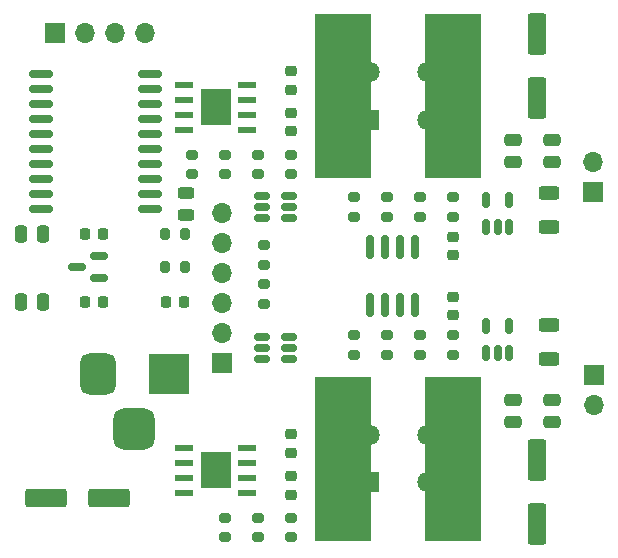
<source format=gbr>
%TF.GenerationSoftware,KiCad,Pcbnew,7.0.8*%
%TF.CreationDate,2023-11-10T01:16:26-06:00*%
%TF.ProjectId,LightingBoard,4c696768-7469-46e6-9742-6f6172642e6b,rev?*%
%TF.SameCoordinates,Original*%
%TF.FileFunction,Soldermask,Top*%
%TF.FilePolarity,Negative*%
%FSLAX46Y46*%
G04 Gerber Fmt 4.6, Leading zero omitted, Abs format (unit mm)*
G04 Created by KiCad (PCBNEW 7.0.8) date 2023-11-10 01:16:26*
%MOMM*%
%LPD*%
G01*
G04 APERTURE LIST*
G04 Aperture macros list*
%AMRoundRect*
0 Rectangle with rounded corners*
0 $1 Rounding radius*
0 $2 $3 $4 $5 $6 $7 $8 $9 X,Y pos of 4 corners*
0 Add a 4 corners polygon primitive as box body*
4,1,4,$2,$3,$4,$5,$6,$7,$8,$9,$2,$3,0*
0 Add four circle primitives for the rounded corners*
1,1,$1+$1,$2,$3*
1,1,$1+$1,$4,$5*
1,1,$1+$1,$6,$7*
1,1,$1+$1,$8,$9*
0 Add four rect primitives between the rounded corners*
20,1,$1+$1,$2,$3,$4,$5,0*
20,1,$1+$1,$4,$5,$6,$7,0*
20,1,$1+$1,$6,$7,$8,$9,0*
20,1,$1+$1,$8,$9,$2,$3,0*%
G04 Aperture macros list end*
%ADD10RoundRect,0.200000X0.275000X-0.200000X0.275000X0.200000X-0.275000X0.200000X-0.275000X-0.200000X0*%
%ADD11RoundRect,0.243750X0.456250X-0.243750X0.456250X0.243750X-0.456250X0.243750X-0.456250X-0.243750X0*%
%ADD12RoundRect,0.250000X0.250000X0.475000X-0.250000X0.475000X-0.250000X-0.475000X0.250000X-0.475000X0*%
%ADD13RoundRect,0.250000X-0.475000X0.250000X-0.475000X-0.250000X0.475000X-0.250000X0.475000X0.250000X0*%
%ADD14RoundRect,0.200000X-0.275000X0.200000X-0.275000X-0.200000X0.275000X-0.200000X0.275000X0.200000X0*%
%ADD15RoundRect,0.200000X-0.200000X-0.275000X0.200000X-0.275000X0.200000X0.275000X-0.200000X0.275000X0*%
%ADD16RoundRect,0.250000X0.475000X-0.250000X0.475000X0.250000X-0.475000X0.250000X-0.475000X-0.250000X0*%
%ADD17RoundRect,0.150000X0.150000X-0.512500X0.150000X0.512500X-0.150000X0.512500X-0.150000X-0.512500X0*%
%ADD18RoundRect,0.150000X0.587500X0.150000X-0.587500X0.150000X-0.587500X-0.150000X0.587500X-0.150000X0*%
%ADD19RoundRect,0.225000X0.225000X0.250000X-0.225000X0.250000X-0.225000X-0.250000X0.225000X-0.250000X0*%
%ADD20RoundRect,0.225000X0.250000X-0.225000X0.250000X0.225000X-0.250000X0.225000X-0.250000X-0.225000X0*%
%ADD21RoundRect,0.250000X0.625000X-0.312500X0.625000X0.312500X-0.625000X0.312500X-0.625000X-0.312500X0*%
%ADD22R,3.500000X3.500000*%
%ADD23RoundRect,0.750000X-0.750000X-1.000000X0.750000X-1.000000X0.750000X1.000000X-0.750000X1.000000X0*%
%ADD24RoundRect,0.875000X-0.875000X-0.875000X0.875000X-0.875000X0.875000X0.875000X-0.875000X0.875000X0*%
%ADD25RoundRect,0.200000X0.200000X0.275000X-0.200000X0.275000X-0.200000X-0.275000X0.200000X-0.275000X0*%
%ADD26R,4.749800X13.995400*%
%ADD27R,1.700000X1.700000*%
%ADD28O,1.700000X1.700000*%
%ADD29RoundRect,0.225000X-0.250000X0.225000X-0.250000X-0.225000X0.250000X-0.225000X0.250000X0.225000X0*%
%ADD30RoundRect,0.250000X0.550000X-1.500000X0.550000X1.500000X-0.550000X1.500000X-0.550000X-1.500000X0*%
%ADD31RoundRect,0.150000X-0.150000X0.825000X-0.150000X-0.825000X0.150000X-0.825000X0.150000X0.825000X0*%
%ADD32RoundRect,0.250000X1.500000X0.550000X-1.500000X0.550000X-1.500000X-0.550000X1.500000X-0.550000X0*%
%ADD33RoundRect,0.150000X0.512500X0.150000X-0.512500X0.150000X-0.512500X-0.150000X0.512500X-0.150000X0*%
%ADD34R,2.600000X3.100000*%
%ADD35R,1.550000X0.600000*%
%ADD36C,1.800000*%
%ADD37R,1.800000X1.800000*%
%ADD38RoundRect,0.150000X-0.875000X-0.150000X0.875000X-0.150000X0.875000X0.150000X-0.875000X0.150000X0*%
%ADD39RoundRect,0.250000X-0.550000X1.500000X-0.550000X-1.500000X0.550000X-1.500000X0.550000X1.500000X0*%
G04 APERTURE END LIST*
D10*
%TO.C,R21*%
X123444000Y-66040000D03*
X123444000Y-64390000D03*
%TD*%
D11*
%TO.C,D1*%
X122936000Y-69517500D03*
X122936000Y-67642500D03*
%TD*%
D12*
%TO.C,C1*%
X110871000Y-71120000D03*
X108971000Y-71120000D03*
%TD*%
D13*
%TO.C,C9*%
X150622000Y-63124000D03*
X150622000Y-65024000D03*
%TD*%
D14*
%TO.C,R17*%
X142748000Y-79693000D03*
X142748000Y-81343000D03*
%TD*%
D15*
%TO.C,R20*%
X121222000Y-73914000D03*
X122872000Y-73914000D03*
%TD*%
D16*
%TO.C,C14*%
X153924000Y-87056000D03*
X153924000Y-85156000D03*
%TD*%
D10*
%TO.C,R6*%
X137160000Y-69659000D03*
X137160000Y-68009000D03*
%TD*%
D17*
%TO.C,U3*%
X148402000Y-70479500D03*
X149352000Y-70479500D03*
X150302000Y-70479500D03*
X150302000Y-68204500D03*
X148402000Y-68204500D03*
%TD*%
D14*
%TO.C,R15*%
X137160000Y-79693000D03*
X137160000Y-81343000D03*
%TD*%
D10*
%TO.C,R16*%
X131826000Y-96774000D03*
X131826000Y-95124000D03*
%TD*%
D18*
%TO.C,U1*%
X115618500Y-74864000D03*
X115618500Y-72964000D03*
X113743500Y-73914000D03*
%TD*%
D19*
%TO.C,C4*%
X115964000Y-76835000D03*
X114414000Y-76835000D03*
%TD*%
D17*
%TO.C,U6*%
X148402000Y-81147500D03*
X149352000Y-81147500D03*
X150302000Y-81147500D03*
X150302000Y-78872500D03*
X148402000Y-78872500D03*
%TD*%
D20*
%TO.C,C7*%
X131826000Y-58878000D03*
X131826000Y-57328000D03*
%TD*%
D21*
%TO.C,R12*%
X153670000Y-81726500D03*
X153670000Y-78801500D03*
%TD*%
D14*
%TO.C,R14*%
X129032000Y-95124000D03*
X129032000Y-96774000D03*
%TD*%
D22*
%TO.C,J1*%
X121539000Y-82931000D03*
D23*
X115539000Y-82931000D03*
D24*
X118539000Y-87631000D03*
%TD*%
D14*
%TO.C,R5*%
X129032000Y-64390000D03*
X129032000Y-66040000D03*
%TD*%
D25*
%TO.C,R11*%
X122872000Y-71120000D03*
X121222000Y-71120000D03*
%TD*%
D26*
%TO.C,L2*%
X136296400Y-59436000D03*
X145542000Y-59436000D03*
%TD*%
D13*
%TO.C,C8*%
X153924000Y-63124000D03*
X153924000Y-65024000D03*
%TD*%
D10*
%TO.C,R4*%
X139954000Y-69659000D03*
X139954000Y-68009000D03*
%TD*%
D27*
%TO.C,J4*%
X125984000Y-82042000D03*
D28*
X125984000Y-79502000D03*
X125984000Y-76962000D03*
X125984000Y-74422000D03*
X125984000Y-71882000D03*
X125984000Y-69342000D03*
%TD*%
D16*
%TO.C,C15*%
X150622000Y-87056000D03*
X150622000Y-85156000D03*
%TD*%
D14*
%TO.C,R1*%
X129540000Y-72073000D03*
X129540000Y-73723000D03*
%TD*%
D29*
%TO.C,C12*%
X145542000Y-76441000D03*
X145542000Y-77991000D03*
%TD*%
D10*
%TO.C,R18*%
X126238000Y-96774000D03*
X126238000Y-95124000D03*
%TD*%
D30*
%TO.C,C10*%
X152654000Y-59596000D03*
X152654000Y-54196000D03*
%TD*%
D27*
%TO.C,J3*%
X157480000Y-83058000D03*
D28*
X157480000Y-85598000D03*
%TD*%
D31*
%TO.C,U2*%
X142367000Y-72201000D03*
X141097000Y-72201000D03*
X139827000Y-72201000D03*
X138557000Y-72201000D03*
X138557000Y-77151000D03*
X139827000Y-77151000D03*
X141097000Y-77151000D03*
X142367000Y-77151000D03*
%TD*%
D14*
%TO.C,R2*%
X129540000Y-75375000D03*
X129540000Y-77025000D03*
%TD*%
%TO.C,R19*%
X145542000Y-79693000D03*
X145542000Y-81343000D03*
%TD*%
D10*
%TO.C,R10*%
X145542000Y-69659000D03*
X145542000Y-68009000D03*
%TD*%
D29*
%TO.C,C11*%
X131826000Y-60871000D03*
X131826000Y-62421000D03*
%TD*%
D32*
%TO.C,C3*%
X116492000Y-93472000D03*
X111092000Y-93472000D03*
%TD*%
D33*
%TO.C,U5*%
X131693500Y-69784000D03*
X131693500Y-68834000D03*
X131693500Y-67884000D03*
X129418500Y-67884000D03*
X129418500Y-68834000D03*
X129418500Y-69784000D03*
%TD*%
D12*
%TO.C,C2*%
X108971000Y-76835000D03*
X110871000Y-76835000D03*
%TD*%
D10*
%TO.C,R9*%
X126238000Y-66040000D03*
X126238000Y-64390000D03*
%TD*%
D27*
%TO.C,J5*%
X111897000Y-54077000D03*
D28*
X114437000Y-54077000D03*
X116977000Y-54077000D03*
X119517000Y-54077000D03*
%TD*%
D19*
%TO.C,C5*%
X115964000Y-71120000D03*
X114414000Y-71120000D03*
%TD*%
D26*
%TO.C,L4*%
X136296400Y-90170000D03*
X145542000Y-90170000D03*
%TD*%
D34*
%TO.C,U4*%
X125476000Y-60389000D03*
D35*
X122776000Y-58484000D03*
X122776000Y-59754000D03*
X122776000Y-61024000D03*
X122776000Y-62294000D03*
X128176000Y-62294000D03*
X128176000Y-61024000D03*
X128176000Y-59754000D03*
X128176000Y-58484000D03*
%TD*%
D20*
%TO.C,C6*%
X145542000Y-72911000D03*
X145542000Y-71361000D03*
%TD*%
D19*
%TO.C,C18*%
X122822000Y-76835000D03*
X121272000Y-76835000D03*
%TD*%
D33*
%TO.C,U8*%
X131693500Y-81722000D03*
X131693500Y-80772000D03*
X131693500Y-79822000D03*
X129418500Y-79822000D03*
X129418500Y-80772000D03*
X129418500Y-81722000D03*
%TD*%
D27*
%TO.C,J2*%
X157455000Y-67544000D03*
D28*
X157455000Y-65004000D03*
%TD*%
D10*
%TO.C,R7*%
X142748000Y-69659000D03*
X142748000Y-68009000D03*
%TD*%
D34*
%TO.C,U7*%
X125476000Y-91110000D03*
D35*
X122776000Y-89205000D03*
X122776000Y-90475000D03*
X122776000Y-91745000D03*
X122776000Y-93015000D03*
X128176000Y-93015000D03*
X128176000Y-91745000D03*
X128176000Y-90475000D03*
X128176000Y-89205000D03*
%TD*%
D21*
%TO.C,R3*%
X153670000Y-70550500D03*
X153670000Y-67625500D03*
%TD*%
D36*
%TO.C,L1*%
X138436300Y-57432100D03*
D37*
X138436300Y-61432100D03*
D36*
X143436300Y-57432100D03*
X143436300Y-61432100D03*
%TD*%
D38*
%TO.C,U9*%
X110666000Y-57531000D03*
X110666000Y-58801000D03*
X110666000Y-60071000D03*
X110666000Y-61341000D03*
X110666000Y-62611000D03*
X110666000Y-63881000D03*
X110666000Y-65151000D03*
X110666000Y-66421000D03*
X110666000Y-67691000D03*
X110666000Y-68961000D03*
X119966000Y-68961000D03*
X119966000Y-67691000D03*
X119966000Y-66421000D03*
X119966000Y-65151000D03*
X119966000Y-63881000D03*
X119966000Y-62611000D03*
X119966000Y-61341000D03*
X119966000Y-60071000D03*
X119966000Y-58801000D03*
X119966000Y-57531000D03*
%TD*%
D10*
%TO.C,R8*%
X131826000Y-66040000D03*
X131826000Y-64390000D03*
%TD*%
D20*
%TO.C,C13*%
X131826000Y-89612000D03*
X131826000Y-88062000D03*
%TD*%
D36*
%TO.C,L3*%
X138430000Y-88138000D03*
D37*
X138430000Y-92138000D03*
D36*
X143430000Y-88138000D03*
X143430000Y-92138000D03*
%TD*%
D20*
%TO.C,C17*%
X131826000Y-93168000D03*
X131826000Y-91618000D03*
%TD*%
D14*
%TO.C,R13*%
X139954000Y-79693000D03*
X139954000Y-81343000D03*
%TD*%
D39*
%TO.C,C16*%
X152654000Y-90264000D03*
X152654000Y-95664000D03*
%TD*%
M02*

</source>
